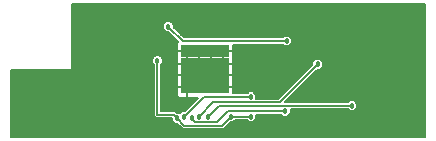
<source format=gbl>
G75*
G70*
%OFA0B0*%
%FSLAX24Y24*%
%IPPOS*%
%LPD*%
%AMOC8*
5,1,8,0,0,1.08239X$1,22.5*
%
%ADD10R,0.0433X0.0433*%
%ADD11C,0.0060*%
%ADD12C,0.0180*%
D10*
X006261Y002170D03*
X006664Y002170D03*
X007058Y002170D03*
X007461Y002170D03*
X007461Y002583D03*
X007058Y002583D03*
X006664Y002583D03*
X006261Y002583D03*
X006261Y002957D03*
X006664Y002957D03*
X007058Y002957D03*
X007461Y002957D03*
X007461Y003370D03*
X007058Y003370D03*
X006664Y003370D03*
X006261Y003370D03*
D11*
X000405Y002763D02*
X000405Y000526D01*
X014185Y000526D01*
X014185Y004956D01*
X002438Y004956D01*
X002438Y002763D01*
X000405Y002763D01*
X000405Y002756D02*
X005155Y002756D01*
X005155Y002698D02*
X000405Y002698D01*
X000405Y002639D02*
X005155Y002639D01*
X005155Y002581D02*
X000405Y002581D01*
X000405Y002522D02*
X005155Y002522D01*
X005155Y002464D02*
X000405Y002464D01*
X000405Y002405D02*
X005155Y002405D01*
X005155Y002347D02*
X000405Y002347D01*
X000405Y002288D02*
X005155Y002288D01*
X005155Y002230D02*
X000405Y002230D01*
X000405Y002171D02*
X005155Y002171D01*
X005155Y002113D02*
X000405Y002113D01*
X000405Y002054D02*
X005155Y002054D01*
X005155Y001996D02*
X000405Y001996D01*
X000405Y001937D02*
X005155Y001937D01*
X005155Y001879D02*
X000405Y001879D01*
X000405Y001820D02*
X005155Y001820D01*
X005155Y001762D02*
X000405Y001762D01*
X000405Y001703D02*
X005155Y001703D01*
X005155Y001645D02*
X000405Y001645D01*
X000405Y001586D02*
X005155Y001586D01*
X005155Y001528D02*
X000405Y001528D01*
X000405Y001469D02*
X005155Y001469D01*
X005155Y001411D02*
X000405Y001411D01*
X000405Y001352D02*
X005155Y001352D01*
X005155Y001294D02*
X000405Y001294D01*
X000405Y001235D02*
X005155Y001235D01*
X005155Y001206D02*
X005225Y001136D01*
X005755Y001136D01*
X005755Y001061D01*
X005860Y000956D01*
X005945Y000956D01*
X006055Y000846D01*
X006125Y000776D01*
X007485Y000776D01*
X007725Y001016D01*
X007810Y001016D01*
X007870Y001076D01*
X008260Y001076D01*
X008320Y001016D01*
X008470Y001016D01*
X008575Y001121D01*
X008575Y001256D01*
X009400Y001256D01*
X009460Y001196D01*
X009610Y001196D01*
X009715Y001301D01*
X009715Y001436D01*
X011620Y001436D01*
X011680Y001376D01*
X011830Y001376D01*
X011935Y001481D01*
X011935Y001631D01*
X011830Y001736D01*
X011680Y001736D01*
X011620Y001676D01*
X009525Y001676D01*
X010605Y002756D01*
X010690Y002756D01*
X014185Y002756D01*
X014185Y002698D02*
X010546Y002698D01*
X010488Y002639D02*
X014185Y002639D01*
X014185Y002581D02*
X010429Y002581D01*
X010371Y002522D02*
X014185Y002522D01*
X014185Y002464D02*
X010312Y002464D01*
X010254Y002405D02*
X014185Y002405D01*
X014185Y002347D02*
X010195Y002347D01*
X010137Y002288D02*
X014185Y002288D01*
X014185Y002230D02*
X010078Y002230D01*
X010020Y002171D02*
X014185Y002171D01*
X014185Y002113D02*
X009961Y002113D01*
X009903Y002054D02*
X014185Y002054D01*
X014185Y001996D02*
X009844Y001996D01*
X009786Y001937D02*
X014185Y001937D01*
X014185Y001879D02*
X009727Y001879D01*
X009669Y001820D02*
X014185Y001820D01*
X014185Y001762D02*
X009610Y001762D01*
X009552Y001703D02*
X011647Y001703D01*
X011863Y001703D02*
X014185Y001703D01*
X014185Y001645D02*
X011921Y001645D01*
X011935Y001586D02*
X014185Y001586D01*
X014185Y001528D02*
X011935Y001528D01*
X011923Y001469D02*
X014185Y001469D01*
X014185Y001411D02*
X011864Y001411D01*
X011646Y001411D02*
X009715Y001411D01*
X009715Y001352D02*
X014185Y001352D01*
X014185Y001294D02*
X009707Y001294D01*
X009649Y001235D02*
X014185Y001235D01*
X014185Y001177D02*
X008575Y001177D01*
X008575Y001235D02*
X009421Y001235D01*
X009535Y001376D02*
X007615Y001376D01*
X007255Y001016D01*
X006535Y001016D01*
X006415Y001136D01*
X006655Y001196D02*
X007135Y001676D01*
X009355Y001676D01*
X010615Y002936D01*
X010795Y002932D02*
X014185Y002932D01*
X014185Y002990D02*
X010795Y002990D01*
X010795Y003011D02*
X010690Y003116D01*
X010540Y003116D01*
X010435Y003011D01*
X010435Y002926D01*
X009305Y001796D01*
X008575Y001796D01*
X008575Y001931D01*
X008470Y002036D01*
X008320Y002036D01*
X008260Y001976D01*
X007808Y001976D01*
X007808Y002170D01*
X007808Y002583D01*
X007808Y002957D01*
X007808Y003370D01*
X007461Y003370D01*
X007058Y003370D01*
X007058Y003024D01*
X007058Y002957D01*
X007404Y002957D01*
X007461Y002957D01*
X007058Y002957D01*
X007058Y002957D01*
X007058Y002930D01*
X007058Y002583D01*
X007404Y002583D01*
X007461Y002583D01*
X007058Y002583D01*
X007058Y002583D01*
X007058Y002583D01*
X007058Y002236D01*
X007058Y002170D01*
X007058Y002170D01*
X007404Y002170D01*
X007461Y002170D01*
X007461Y002583D01*
X007461Y002583D01*
X007461Y002583D01*
X007461Y002957D01*
X007461Y002957D01*
X007461Y003370D01*
X007461Y003370D01*
X007461Y003370D01*
X007404Y003370D01*
X007058Y003370D01*
X007058Y003370D01*
X007058Y003370D01*
X007058Y002957D01*
X007058Y002957D01*
X007058Y002957D01*
X007058Y002583D01*
X007058Y002583D01*
X007058Y002170D01*
X007058Y002170D01*
X007058Y002170D01*
X007011Y002170D01*
X006664Y002170D01*
X006664Y002583D01*
X006261Y002583D01*
X006318Y002583D01*
X006664Y002583D01*
X006664Y002583D01*
X006664Y002957D01*
X006261Y002957D01*
X006607Y002957D01*
X006664Y002957D01*
X006664Y002957D01*
X006664Y002957D01*
X006664Y003370D01*
X006664Y003370D01*
X006261Y003370D01*
X006261Y003370D01*
X006261Y003304D01*
X006261Y002957D01*
X006261Y002957D01*
X006261Y002957D01*
X006261Y002610D01*
X006261Y002583D01*
X006261Y002583D01*
X006261Y002516D01*
X006261Y002170D01*
X006261Y002170D01*
X006607Y002170D01*
X006664Y002170D01*
X006664Y002170D01*
X006664Y002236D01*
X006664Y002583D01*
X006664Y002583D01*
X006664Y002583D01*
X006664Y002930D01*
X006664Y002957D01*
X006664Y002957D01*
X006664Y003304D01*
X006664Y003370D01*
X006664Y003370D01*
X006664Y003370D01*
X007058Y003370D01*
X007058Y003370D01*
X006711Y003370D01*
X006664Y003370D01*
X006607Y003370D01*
X006261Y003370D01*
X006261Y003370D01*
X006261Y002957D01*
X006261Y002957D01*
X006261Y002583D01*
X006261Y002583D01*
X006261Y002583D01*
X006261Y002170D01*
X006261Y002170D01*
X006664Y002170D01*
X006664Y002170D01*
X006664Y002170D01*
X007058Y002170D01*
X007461Y002170D01*
X007461Y002170D01*
X007461Y002170D01*
X007461Y002236D01*
X007461Y002583D01*
X007461Y002583D01*
X007461Y002930D01*
X007461Y002957D01*
X007461Y002957D01*
X007461Y002957D01*
X007461Y003024D01*
X007461Y003370D01*
X007461Y003370D01*
X007808Y003370D01*
X007808Y003596D01*
X009460Y003596D01*
X009520Y003536D01*
X009670Y003536D01*
X009775Y003641D01*
X009775Y003791D01*
X009670Y003896D01*
X009520Y003896D01*
X009460Y003836D01*
X006165Y003836D01*
X005815Y004186D01*
X005815Y004271D01*
X005710Y004376D01*
X005560Y004376D01*
X005455Y004271D01*
X005455Y004121D01*
X005560Y004016D01*
X005645Y004016D01*
X005968Y003693D01*
X005964Y003691D01*
X005940Y003667D01*
X005923Y003637D01*
X005914Y003604D01*
X005914Y003370D01*
X005914Y002957D01*
X005914Y002583D01*
X006261Y002583D01*
X005914Y002583D01*
X005914Y002170D01*
X006261Y002170D01*
X006261Y001823D01*
X006632Y001823D01*
X006185Y001376D01*
X006100Y001376D01*
X006025Y001301D01*
X006010Y001316D01*
X005925Y001316D01*
X005865Y001376D01*
X005395Y001376D01*
X005395Y002921D01*
X005455Y002981D01*
X005455Y003131D01*
X005350Y003236D01*
X005200Y003236D01*
X005095Y003131D01*
X005095Y002981D01*
X005155Y002921D01*
X005155Y001206D01*
X005185Y001177D02*
X000405Y001177D01*
X000405Y001118D02*
X005755Y001118D01*
X005757Y001060D02*
X000405Y001060D01*
X000405Y001001D02*
X005815Y001001D01*
X005959Y000943D02*
X000405Y000943D01*
X000405Y000884D02*
X006017Y000884D01*
X006076Y000826D02*
X000405Y000826D01*
X000405Y000767D02*
X014185Y000767D01*
X014185Y000709D02*
X000405Y000709D01*
X000405Y000650D02*
X014185Y000650D01*
X014185Y000592D02*
X000405Y000592D01*
X000405Y000533D02*
X014185Y000533D01*
X014185Y000826D02*
X007534Y000826D01*
X007593Y000884D02*
X014185Y000884D01*
X014185Y000943D02*
X007651Y000943D01*
X007710Y001001D02*
X014185Y001001D01*
X014185Y001060D02*
X008513Y001060D01*
X008572Y001118D02*
X014185Y001118D01*
X011755Y001556D02*
X007315Y001556D01*
X006955Y001196D01*
X006835Y001856D02*
X006175Y001196D01*
X005935Y001136D02*
X005815Y001256D01*
X005275Y001256D01*
X005275Y003056D01*
X005455Y003049D02*
X005914Y003049D01*
X005914Y003107D02*
X005455Y003107D01*
X005420Y003166D02*
X005914Y003166D01*
X005914Y003224D02*
X005362Y003224D01*
X005188Y003224D02*
X002438Y003224D01*
X002438Y003166D02*
X005130Y003166D01*
X005095Y003107D02*
X002438Y003107D01*
X002438Y003049D02*
X005095Y003049D01*
X005095Y002990D02*
X002438Y002990D01*
X002438Y002932D02*
X005145Y002932D01*
X005155Y002873D02*
X002438Y002873D01*
X002438Y002815D02*
X005155Y002815D01*
X005395Y002815D02*
X005914Y002815D01*
X005914Y002873D02*
X005395Y002873D01*
X005405Y002932D02*
X005914Y002932D01*
X005914Y002957D02*
X006261Y002957D01*
X006261Y002957D01*
X005914Y002957D01*
X005914Y002990D02*
X005455Y002990D01*
X005395Y002756D02*
X005914Y002756D01*
X005914Y002698D02*
X005395Y002698D01*
X005395Y002639D02*
X005914Y002639D01*
X005914Y002581D02*
X005395Y002581D01*
X005395Y002522D02*
X005914Y002522D01*
X005914Y002464D02*
X005395Y002464D01*
X005395Y002405D02*
X005914Y002405D01*
X005914Y002347D02*
X005395Y002347D01*
X005395Y002288D02*
X005914Y002288D01*
X005914Y002230D02*
X005395Y002230D01*
X005395Y002171D02*
X005914Y002171D01*
X005914Y002170D02*
X005914Y001936D01*
X005923Y001903D01*
X005940Y001873D01*
X005964Y001849D01*
X005994Y001832D01*
X006027Y001823D01*
X006261Y001823D01*
X006261Y002170D01*
X006261Y002170D01*
X006261Y002170D01*
X005914Y002170D01*
X005914Y002113D02*
X005395Y002113D01*
X005395Y002054D02*
X005914Y002054D01*
X005914Y001996D02*
X005395Y001996D01*
X005395Y001937D02*
X005914Y001937D01*
X005937Y001879D02*
X005395Y001879D01*
X005395Y001820D02*
X006629Y001820D01*
X006571Y001762D02*
X005395Y001762D01*
X005395Y001703D02*
X006512Y001703D01*
X006454Y001645D02*
X005395Y001645D01*
X005395Y001586D02*
X006395Y001586D01*
X006337Y001528D02*
X005395Y001528D01*
X005395Y001469D02*
X006278Y001469D01*
X006220Y001411D02*
X005395Y001411D01*
X005889Y001352D02*
X006076Y001352D01*
X005935Y001136D02*
X006175Y000896D01*
X007435Y000896D01*
X007735Y001196D01*
X008395Y001196D01*
X008277Y001060D02*
X007853Y001060D01*
X008395Y001856D02*
X006835Y001856D01*
X006261Y001879D02*
X006261Y001879D01*
X006261Y001937D02*
X006261Y001937D01*
X006261Y001996D02*
X006261Y001996D01*
X006261Y002054D02*
X006261Y002054D01*
X006261Y002113D02*
X006261Y002113D01*
X006261Y002171D02*
X006261Y002171D01*
X006261Y002230D02*
X006261Y002230D01*
X006261Y002288D02*
X006261Y002288D01*
X006261Y002347D02*
X006261Y002347D01*
X006261Y002405D02*
X006261Y002405D01*
X006261Y002464D02*
X006261Y002464D01*
X006261Y002522D02*
X006261Y002522D01*
X006261Y002581D02*
X006261Y002581D01*
X006261Y002583D02*
X006261Y002583D01*
X006261Y002639D02*
X006261Y002639D01*
X006261Y002698D02*
X006261Y002698D01*
X006261Y002756D02*
X006261Y002756D01*
X006261Y002815D02*
X006261Y002815D01*
X006261Y002873D02*
X006261Y002873D01*
X006261Y002932D02*
X006261Y002932D01*
X006261Y002990D02*
X006261Y002990D01*
X006261Y003049D02*
X006261Y003049D01*
X006261Y003107D02*
X006261Y003107D01*
X006261Y003166D02*
X006261Y003166D01*
X006261Y003224D02*
X006261Y003224D01*
X006261Y003283D02*
X006261Y003283D01*
X006261Y003341D02*
X006261Y003341D01*
X006261Y003370D02*
X005914Y003370D01*
X006261Y003370D01*
X006261Y003370D01*
X006664Y003341D02*
X006664Y003341D01*
X006664Y003283D02*
X006664Y003283D01*
X006664Y003224D02*
X006664Y003224D01*
X006664Y003166D02*
X006664Y003166D01*
X006664Y003107D02*
X006664Y003107D01*
X006664Y003049D02*
X006664Y003049D01*
X006664Y002990D02*
X006664Y002990D01*
X006664Y002957D02*
X007011Y002957D01*
X007058Y002957D01*
X006664Y002957D01*
X006664Y002957D01*
X006664Y002932D02*
X006664Y002932D01*
X006664Y002873D02*
X006664Y002873D01*
X006664Y002815D02*
X006664Y002815D01*
X006664Y002756D02*
X006664Y002756D01*
X006664Y002698D02*
X006664Y002698D01*
X006664Y002639D02*
X006664Y002639D01*
X006664Y002583D02*
X007011Y002583D01*
X007058Y002583D01*
X006664Y002583D01*
X006664Y002583D01*
X006664Y002581D02*
X006664Y002581D01*
X006664Y002522D02*
X006664Y002522D01*
X006664Y002464D02*
X006664Y002464D01*
X006664Y002405D02*
X006664Y002405D01*
X006664Y002347D02*
X006664Y002347D01*
X006664Y002288D02*
X006664Y002288D01*
X006664Y002230D02*
X006664Y002230D01*
X006664Y002171D02*
X006664Y002171D01*
X007058Y002171D02*
X007058Y002171D01*
X007058Y002230D02*
X007058Y002230D01*
X007058Y002288D02*
X007058Y002288D01*
X007058Y002347D02*
X007058Y002347D01*
X007058Y002405D02*
X007058Y002405D01*
X007058Y002464D02*
X007058Y002464D01*
X007058Y002522D02*
X007058Y002522D01*
X007058Y002581D02*
X007058Y002581D01*
X007058Y002583D02*
X007058Y002583D01*
X007058Y002639D02*
X007058Y002639D01*
X007058Y002698D02*
X007058Y002698D01*
X007058Y002756D02*
X007058Y002756D01*
X007058Y002815D02*
X007058Y002815D01*
X007058Y002873D02*
X007058Y002873D01*
X007058Y002932D02*
X007058Y002932D01*
X007058Y002957D02*
X007058Y002957D01*
X007058Y002990D02*
X007058Y002990D01*
X007058Y003049D02*
X007058Y003049D01*
X007058Y003107D02*
X007058Y003107D01*
X007058Y003166D02*
X007058Y003166D01*
X007058Y003224D02*
X007058Y003224D01*
X007058Y003283D02*
X007058Y003283D01*
X007058Y003341D02*
X007058Y003341D01*
X007461Y003341D02*
X007461Y003341D01*
X007461Y003283D02*
X007461Y003283D01*
X007461Y003224D02*
X007461Y003224D01*
X007461Y003166D02*
X007461Y003166D01*
X007461Y003107D02*
X007461Y003107D01*
X007461Y003049D02*
X007461Y003049D01*
X007461Y002990D02*
X007461Y002990D01*
X007461Y002957D02*
X007808Y002957D01*
X007461Y002957D01*
X007461Y002957D01*
X007461Y002932D02*
X007461Y002932D01*
X007461Y002873D02*
X007461Y002873D01*
X007461Y002815D02*
X007461Y002815D01*
X007461Y002756D02*
X007461Y002756D01*
X007461Y002698D02*
X007461Y002698D01*
X007461Y002639D02*
X007461Y002639D01*
X007461Y002583D02*
X007808Y002583D01*
X007461Y002583D01*
X007461Y002583D01*
X007461Y002581D02*
X007461Y002581D01*
X007461Y002522D02*
X007461Y002522D01*
X007461Y002464D02*
X007461Y002464D01*
X007461Y002405D02*
X007461Y002405D01*
X007461Y002347D02*
X007461Y002347D01*
X007461Y002288D02*
X007461Y002288D01*
X007461Y002230D02*
X007461Y002230D01*
X007461Y002171D02*
X007461Y002171D01*
X007461Y002170D02*
X007808Y002170D01*
X007461Y002170D01*
X007461Y002170D01*
X007808Y002171D02*
X009680Y002171D01*
X009622Y002113D02*
X007808Y002113D01*
X007808Y002054D02*
X009563Y002054D01*
X009505Y001996D02*
X008510Y001996D01*
X008569Y001937D02*
X009446Y001937D01*
X009388Y001879D02*
X008575Y001879D01*
X008575Y001820D02*
X009329Y001820D01*
X009739Y002230D02*
X007808Y002230D01*
X007808Y002288D02*
X009797Y002288D01*
X009856Y002347D02*
X007808Y002347D01*
X007808Y002405D02*
X009914Y002405D01*
X009973Y002464D02*
X007808Y002464D01*
X007808Y002522D02*
X010031Y002522D01*
X010090Y002581D02*
X007808Y002581D01*
X007808Y002639D02*
X010148Y002639D01*
X010207Y002698D02*
X007808Y002698D01*
X007808Y002756D02*
X010265Y002756D01*
X010324Y002815D02*
X007808Y002815D01*
X007808Y002873D02*
X010382Y002873D01*
X010435Y002932D02*
X007808Y002932D01*
X007808Y002990D02*
X010435Y002990D01*
X010473Y003049D02*
X007808Y003049D01*
X007808Y003107D02*
X010531Y003107D01*
X010699Y003107D02*
X014185Y003107D01*
X014185Y003049D02*
X010757Y003049D01*
X010795Y003011D02*
X010795Y002861D01*
X010690Y002756D01*
X010748Y002815D02*
X014185Y002815D01*
X014185Y002873D02*
X010795Y002873D01*
X009709Y003575D02*
X014185Y003575D01*
X014185Y003517D02*
X007808Y003517D01*
X007808Y003575D02*
X009481Y003575D01*
X009595Y003716D02*
X006115Y003716D01*
X005635Y004196D01*
X005455Y004219D02*
X002438Y004219D01*
X002438Y004277D02*
X005461Y004277D01*
X005520Y004336D02*
X002438Y004336D01*
X002438Y004394D02*
X014185Y004394D01*
X014185Y004336D02*
X005750Y004336D01*
X005809Y004277D02*
X014185Y004277D01*
X014185Y004219D02*
X005815Y004219D01*
X005841Y004160D02*
X014185Y004160D01*
X014185Y004102D02*
X005899Y004102D01*
X005958Y004043D02*
X014185Y004043D01*
X014185Y003985D02*
X006016Y003985D01*
X006075Y003926D02*
X014185Y003926D01*
X014185Y003868D02*
X009698Y003868D01*
X009757Y003809D02*
X014185Y003809D01*
X014185Y003751D02*
X009775Y003751D01*
X009775Y003692D02*
X014185Y003692D01*
X014185Y003634D02*
X009767Y003634D01*
X009492Y003868D02*
X006133Y003868D01*
X005911Y003751D02*
X002438Y003751D01*
X002438Y003809D02*
X005852Y003809D01*
X005794Y003868D02*
X002438Y003868D01*
X002438Y003926D02*
X005735Y003926D01*
X005677Y003985D02*
X002438Y003985D01*
X002438Y004043D02*
X005533Y004043D01*
X005475Y004102D02*
X002438Y004102D01*
X002438Y004160D02*
X005455Y004160D01*
X005966Y003692D02*
X002438Y003692D01*
X002438Y003634D02*
X005922Y003634D01*
X005914Y003575D02*
X002438Y003575D01*
X002438Y003517D02*
X005914Y003517D01*
X005914Y003458D02*
X002438Y003458D01*
X002438Y003400D02*
X005914Y003400D01*
X005914Y003341D02*
X002438Y003341D01*
X002438Y003283D02*
X005914Y003283D01*
X007808Y003283D02*
X014185Y003283D01*
X014185Y003341D02*
X007808Y003341D01*
X007808Y003400D02*
X014185Y003400D01*
X014185Y003458D02*
X007808Y003458D01*
X007808Y003224D02*
X014185Y003224D01*
X014185Y003166D02*
X007808Y003166D01*
X007808Y001996D02*
X008280Y001996D01*
X002438Y004453D02*
X014185Y004453D01*
X014185Y004511D02*
X002438Y004511D01*
X002438Y004570D02*
X014185Y004570D01*
X014185Y004628D02*
X002438Y004628D01*
X002438Y004687D02*
X014185Y004687D01*
X014185Y004745D02*
X002438Y004745D01*
X002438Y004804D02*
X014185Y004804D01*
X014185Y004862D02*
X002438Y004862D01*
X002438Y004921D02*
X014185Y004921D01*
D12*
X013152Y004215D03*
X013455Y003688D03*
X013522Y003082D03*
X013528Y002265D03*
X011755Y001556D03*
X011384Y001035D03*
X012107Y000861D03*
X012899Y000945D03*
X013389Y001430D03*
X010571Y002065D03*
X010202Y002023D03*
X009535Y001376D03*
X008395Y001196D03*
X007735Y001196D03*
X006955Y001196D03*
X006655Y001196D03*
X006415Y001136D03*
X006175Y001196D03*
X005935Y001136D03*
X005419Y001065D03*
X003964Y001447D03*
X003644Y001404D03*
X003438Y001338D03*
X003523Y001568D03*
X003275Y001658D03*
X003795Y001719D03*
X003656Y002016D03*
X002972Y001937D03*
X002670Y001931D03*
X002337Y001931D03*
X001981Y001931D03*
X001533Y002137D03*
X001219Y002215D03*
X000880Y002215D03*
X000547Y002228D03*
X000505Y002651D03*
X000735Y002645D03*
X000965Y002645D03*
X001231Y002645D03*
X001479Y002627D03*
X002537Y003365D03*
X002525Y003607D03*
X002531Y003868D03*
X002525Y004170D03*
X002525Y004425D03*
X002526Y004664D03*
X002526Y004882D03*
X003881Y004022D03*
X004991Y003973D03*
X005570Y003919D03*
X005635Y004196D03*
X004126Y003425D03*
X005275Y003056D03*
X008395Y001856D03*
X009742Y002689D03*
X010615Y002936D03*
X009730Y003064D03*
X009595Y003716D03*
X010105Y003827D03*
X008369Y004336D03*
X008038Y004472D03*
X007666Y004590D03*
X010105Y004785D03*
X011905Y004763D03*
X002966Y001253D03*
X002591Y001253D03*
X002204Y001253D03*
X001956Y001447D03*
X002344Y001622D03*
X002803Y001652D03*
X001563Y001658D03*
X006912Y000696D03*
X008326Y000696D03*
X010571Y000764D03*
M02*

</source>
